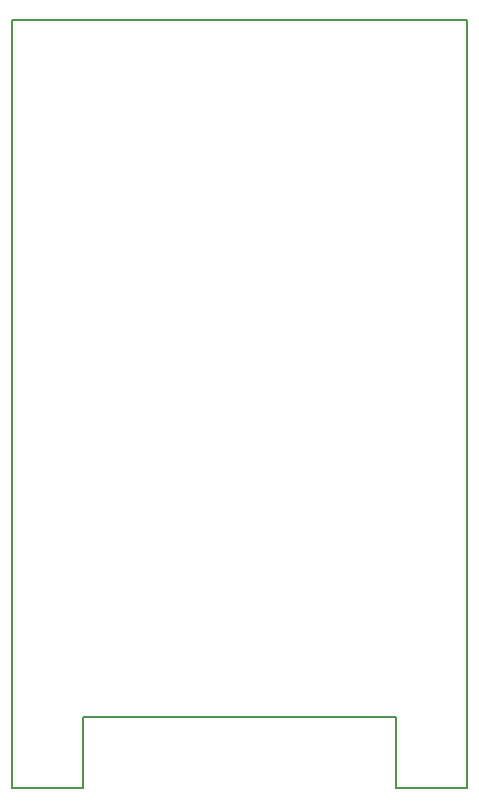
<source format=gm1>
G04 #@! TF.FileFunction,Profile,NP*
%FSLAX46Y46*%
G04 Gerber Fmt 4.6, Leading zero omitted, Abs format (unit mm)*
G04 Created by KiCad (PCBNEW (2015-09-15 BZR 6201)-product) date ons  7 okt 2015 11:01:37*
%MOMM*%
G01*
G04 APERTURE LIST*
%ADD10C,0.150000*%
G04 APERTURE END LIST*
D10*
X84500000Y-139000000D02*
X111000000Y-139000000D01*
X111000000Y-139000000D02*
X111000000Y-145000000D01*
X84500000Y-139000000D02*
X84500000Y-145000000D01*
X117000000Y-80000000D02*
X117000000Y-145000000D01*
X78500000Y-145000000D02*
X78500000Y-80000000D01*
X111000000Y-145000000D02*
X117000000Y-145000000D01*
X84500000Y-145000000D02*
X78500000Y-145000000D01*
X117000000Y-80000000D02*
X78500000Y-80000000D01*
M02*

</source>
